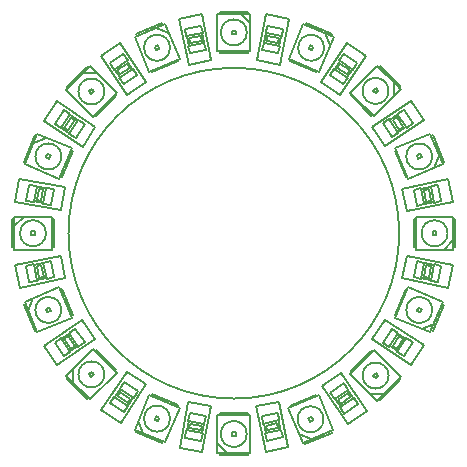
<source format=gto>
G04 (created by PCBNEW (2013-04-07 BZR 4075)-testing) date Tue 09 Apr 2013 01:57:36 AM CEST*
%MOIN*%
G04 Gerber Fmt 3.4, Leading zero omitted, Abs format*
%FSLAX34Y34*%
G01*
G70*
G90*
G04 APERTURE LIST*
%ADD10C,0.006*%
%ADD11C,0.00787402*%
G04 APERTURE END LIST*
G54D10*
G54D11*
X31102Y-25590D02*
G75*
G03X31102Y-25590I-5511J0D01*
G74*
G01*
X19441Y-23108D02*
X19486Y-22999D01*
X19486Y-22999D02*
X19377Y-22954D01*
X19377Y-22954D02*
X19332Y-23063D01*
X19332Y-23063D02*
X19441Y-23108D01*
X18917Y-22572D02*
X19329Y-22401D01*
X19842Y-23031D02*
G75*
G03X19842Y-23031I-433J0D01*
G74*
G01*
X18646Y-23226D02*
X18592Y-23204D01*
X18592Y-23204D02*
X18953Y-22331D01*
X18953Y-22331D02*
X19008Y-22353D01*
X19810Y-23709D02*
X19865Y-23731D01*
X19865Y-23731D02*
X20226Y-22858D01*
X20226Y-22858D02*
X20172Y-22836D01*
X19780Y-23781D02*
X18616Y-23299D01*
X18616Y-23299D02*
X19038Y-22281D01*
X19038Y-22281D02*
X20202Y-22763D01*
X20202Y-22763D02*
X19780Y-23781D01*
X19486Y-28181D02*
X19441Y-28072D01*
X19441Y-28072D02*
X19332Y-28117D01*
X19332Y-28117D02*
X19377Y-28226D01*
X19377Y-28226D02*
X19486Y-28181D01*
X18737Y-28172D02*
X18907Y-27760D01*
X19842Y-28149D02*
G75*
G03X19842Y-28149I-433J0D01*
G74*
G01*
X19008Y-28827D02*
X18953Y-28849D01*
X18953Y-28849D02*
X18592Y-27976D01*
X18592Y-27976D02*
X18646Y-27954D01*
X20172Y-28345D02*
X20226Y-28322D01*
X20226Y-28322D02*
X19865Y-27449D01*
X19865Y-27449D02*
X19810Y-27472D01*
X20202Y-28417D02*
X19038Y-28899D01*
X19038Y-28899D02*
X18616Y-27881D01*
X18616Y-27881D02*
X19780Y-27399D01*
X19780Y-27399D02*
X20202Y-28417D01*
X28181Y-31714D02*
X28072Y-31759D01*
X28072Y-31759D02*
X28117Y-31868D01*
X28117Y-31868D02*
X28226Y-31823D01*
X28226Y-31823D02*
X28181Y-31714D01*
X28172Y-32463D02*
X27760Y-32293D01*
X28582Y-31791D02*
G75*
G03X28582Y-31791I-433J0D01*
G74*
G01*
X28827Y-32192D02*
X28849Y-32247D01*
X28849Y-32247D02*
X27976Y-32608D01*
X27976Y-32608D02*
X27954Y-32554D01*
X28345Y-31028D02*
X28322Y-30974D01*
X28322Y-30974D02*
X27449Y-31335D01*
X27449Y-31335D02*
X27472Y-31390D01*
X28417Y-30998D02*
X28899Y-32162D01*
X28899Y-32162D02*
X27881Y-32584D01*
X27881Y-32584D02*
X27399Y-31420D01*
X27399Y-31420D02*
X28417Y-30998D01*
X22999Y-19486D02*
X23108Y-19441D01*
X23108Y-19441D02*
X23063Y-19332D01*
X23063Y-19332D02*
X22954Y-19377D01*
X22954Y-19377D02*
X22999Y-19486D01*
X23008Y-18737D02*
X23420Y-18907D01*
X23464Y-19409D02*
G75*
G03X23464Y-19409I-433J0D01*
G74*
G01*
X22353Y-19008D02*
X22331Y-18953D01*
X22331Y-18953D02*
X23204Y-18592D01*
X23204Y-18592D02*
X23226Y-18646D01*
X22836Y-20172D02*
X22858Y-20226D01*
X22858Y-20226D02*
X23731Y-19865D01*
X23731Y-19865D02*
X23709Y-19810D01*
X22763Y-20202D02*
X22281Y-19038D01*
X22281Y-19038D02*
X23299Y-18616D01*
X23299Y-18616D02*
X23781Y-19780D01*
X23781Y-19780D02*
X22763Y-20202D01*
X23108Y-31739D02*
X22999Y-31694D01*
X22999Y-31694D02*
X22954Y-31803D01*
X22954Y-31803D02*
X23063Y-31848D01*
X23063Y-31848D02*
X23108Y-31739D01*
X22572Y-32263D02*
X22401Y-31851D01*
X23464Y-31771D02*
G75*
G03X23464Y-31771I-433J0D01*
G74*
G01*
X23226Y-32534D02*
X23204Y-32588D01*
X23204Y-32588D02*
X22331Y-32227D01*
X22331Y-32227D02*
X22353Y-32172D01*
X23709Y-31370D02*
X23731Y-31315D01*
X23731Y-31315D02*
X22858Y-30954D01*
X22858Y-30954D02*
X22836Y-31008D01*
X23781Y-31400D02*
X23299Y-32564D01*
X23299Y-32564D02*
X22281Y-32142D01*
X22281Y-32142D02*
X22763Y-30978D01*
X22763Y-30978D02*
X23781Y-31400D01*
X25649Y-32224D02*
X25531Y-32224D01*
X25531Y-32224D02*
X25531Y-32342D01*
X25531Y-32342D02*
X25649Y-32342D01*
X25649Y-32342D02*
X25649Y-32224D01*
X25354Y-32913D02*
X25039Y-32598D01*
X26023Y-32283D02*
G75*
G03X26023Y-32283I-433J0D01*
G74*
G01*
X26062Y-32913D02*
X26062Y-32972D01*
X26062Y-32972D02*
X25118Y-32972D01*
X25118Y-32972D02*
X25118Y-32913D01*
X26062Y-31653D02*
X26062Y-31594D01*
X26062Y-31594D02*
X25118Y-31594D01*
X25118Y-31594D02*
X25118Y-31653D01*
X26141Y-31653D02*
X26141Y-32913D01*
X26141Y-32913D02*
X25039Y-32913D01*
X25039Y-32913D02*
X25039Y-31653D01*
X25039Y-31653D02*
X26141Y-31653D01*
X18956Y-25649D02*
X18956Y-25531D01*
X18956Y-25531D02*
X18838Y-25531D01*
X18838Y-25531D02*
X18838Y-25649D01*
X18838Y-25649D02*
X18956Y-25649D01*
X18267Y-25354D02*
X18582Y-25039D01*
X19330Y-25590D02*
G75*
G03X19330Y-25590I-433J0D01*
G74*
G01*
X18267Y-26062D02*
X18208Y-26062D01*
X18208Y-26062D02*
X18208Y-25118D01*
X18208Y-25118D02*
X18267Y-25118D01*
X19527Y-26062D02*
X19586Y-26062D01*
X19586Y-26062D02*
X19586Y-25118D01*
X19586Y-25118D02*
X19527Y-25118D01*
X19527Y-26141D02*
X18267Y-26141D01*
X18267Y-26141D02*
X18267Y-25039D01*
X18267Y-25039D02*
X19527Y-25039D01*
X19527Y-25039D02*
X19527Y-26141D01*
X20846Y-20949D02*
X20929Y-20866D01*
X20929Y-20866D02*
X20846Y-20782D01*
X20846Y-20782D02*
X20762Y-20866D01*
X20762Y-20866D02*
X20846Y-20949D01*
X20568Y-20253D02*
X21013Y-20253D01*
X21279Y-20866D02*
G75*
G03X21279Y-20866I-433J0D01*
G74*
G01*
X20066Y-20754D02*
X20025Y-20713D01*
X20025Y-20713D02*
X20693Y-20044D01*
X20693Y-20044D02*
X20735Y-20086D01*
X20957Y-21645D02*
X20999Y-21687D01*
X20999Y-21687D02*
X21667Y-21019D01*
X21667Y-21019D02*
X21625Y-20977D01*
X20902Y-21701D02*
X20011Y-20810D01*
X20011Y-20810D02*
X20790Y-20030D01*
X20790Y-20030D02*
X21681Y-20921D01*
X21681Y-20921D02*
X20902Y-21701D01*
X20929Y-30295D02*
X20846Y-30211D01*
X20846Y-30211D02*
X20762Y-30295D01*
X20762Y-30295D02*
X20846Y-30378D01*
X20846Y-30378D02*
X20929Y-30295D01*
X20234Y-30573D02*
X20234Y-30128D01*
X21279Y-30295D02*
G75*
G03X21279Y-30295I-433J0D01*
G74*
G01*
X20735Y-31074D02*
X20693Y-31116D01*
X20693Y-31116D02*
X20025Y-30448D01*
X20025Y-30448D02*
X20066Y-30406D01*
X21625Y-30183D02*
X21667Y-30142D01*
X21667Y-30142D02*
X20999Y-29474D01*
X20999Y-29474D02*
X20957Y-29515D01*
X21681Y-30239D02*
X20790Y-31130D01*
X20790Y-31130D02*
X20011Y-30350D01*
X20011Y-30350D02*
X20902Y-29460D01*
X20902Y-29460D02*
X21681Y-30239D01*
X28092Y-19441D02*
X28201Y-19486D01*
X28201Y-19486D02*
X28246Y-19377D01*
X28246Y-19377D02*
X28137Y-19332D01*
X28137Y-19332D02*
X28092Y-19441D01*
X28628Y-18917D02*
X28799Y-19329D01*
X28602Y-19409D02*
G75*
G03X28602Y-19409I-433J0D01*
G74*
G01*
X27973Y-18646D02*
X27996Y-18592D01*
X27996Y-18592D02*
X28869Y-18953D01*
X28869Y-18953D02*
X28846Y-19008D01*
X27491Y-19810D02*
X27469Y-19865D01*
X27469Y-19865D02*
X28342Y-20226D01*
X28342Y-20226D02*
X28364Y-20172D01*
X27419Y-19780D02*
X27901Y-18616D01*
X27901Y-18616D02*
X28919Y-19038D01*
X28919Y-19038D02*
X28437Y-20202D01*
X28437Y-20202D02*
X27419Y-19780D01*
X30314Y-30251D02*
X30231Y-30334D01*
X30231Y-30334D02*
X30314Y-30418D01*
X30314Y-30418D02*
X30398Y-30334D01*
X30398Y-30334D02*
X30314Y-30251D01*
X30593Y-30947D02*
X30147Y-30947D01*
X30748Y-30334D02*
G75*
G03X30748Y-30334I-433J0D01*
G74*
G01*
X31094Y-30446D02*
X31136Y-30487D01*
X31136Y-30487D02*
X30468Y-31155D01*
X30468Y-31155D02*
X30426Y-31114D01*
X30203Y-29555D02*
X30161Y-29513D01*
X30161Y-29513D02*
X29493Y-30181D01*
X29493Y-30181D02*
X29535Y-30223D01*
X30259Y-29499D02*
X31150Y-30390D01*
X31150Y-30390D02*
X30370Y-31169D01*
X30370Y-31169D02*
X29479Y-30278D01*
X29479Y-30278D02*
X30259Y-29499D01*
X30231Y-20846D02*
X30314Y-20929D01*
X30314Y-20929D02*
X30398Y-20846D01*
X30398Y-20846D02*
X30314Y-20762D01*
X30314Y-20762D02*
X30231Y-20846D01*
X30927Y-20568D02*
X30927Y-21013D01*
X30748Y-20846D02*
G75*
G03X30748Y-20846I-433J0D01*
G74*
G01*
X30426Y-20066D02*
X30468Y-20025D01*
X30468Y-20025D02*
X31136Y-20693D01*
X31136Y-20693D02*
X31094Y-20735D01*
X29535Y-20957D02*
X29493Y-20999D01*
X29493Y-20999D02*
X30161Y-21667D01*
X30161Y-21667D02*
X30203Y-21625D01*
X29479Y-20902D02*
X30370Y-20011D01*
X30370Y-20011D02*
X31150Y-20790D01*
X31150Y-20790D02*
X30259Y-21681D01*
X30259Y-21681D02*
X29479Y-20902D01*
X32224Y-25531D02*
X32224Y-25649D01*
X32224Y-25649D02*
X32342Y-25649D01*
X32342Y-25649D02*
X32342Y-25531D01*
X32342Y-25531D02*
X32224Y-25531D01*
X32913Y-25826D02*
X32598Y-26141D01*
X32716Y-25590D02*
G75*
G03X32716Y-25590I-433J0D01*
G74*
G01*
X32913Y-25118D02*
X32972Y-25118D01*
X32972Y-25118D02*
X32972Y-26062D01*
X32972Y-26062D02*
X32913Y-26062D01*
X31653Y-25118D02*
X31594Y-25118D01*
X31594Y-25118D02*
X31594Y-26062D01*
X31594Y-26062D02*
X31653Y-26062D01*
X31653Y-25039D02*
X32913Y-25039D01*
X32913Y-25039D02*
X32913Y-26141D01*
X32913Y-26141D02*
X31653Y-26141D01*
X31653Y-26141D02*
X31653Y-25039D01*
X25531Y-18956D02*
X25649Y-18956D01*
X25649Y-18956D02*
X25649Y-18838D01*
X25649Y-18838D02*
X25531Y-18838D01*
X25531Y-18838D02*
X25531Y-18956D01*
X25826Y-18267D02*
X26141Y-18582D01*
X26023Y-18897D02*
G75*
G03X26023Y-18897I-433J0D01*
G74*
G01*
X25118Y-18267D02*
X25118Y-18208D01*
X25118Y-18208D02*
X26062Y-18208D01*
X26062Y-18208D02*
X26062Y-18267D01*
X25118Y-19527D02*
X25118Y-19586D01*
X25118Y-19586D02*
X26062Y-19586D01*
X26062Y-19586D02*
X26062Y-19527D01*
X25039Y-19527D02*
X25039Y-18267D01*
X25039Y-18267D02*
X26141Y-18267D01*
X26141Y-18267D02*
X26141Y-19527D01*
X26141Y-19527D02*
X25039Y-19527D01*
X31694Y-22999D02*
X31739Y-23108D01*
X31739Y-23108D02*
X31848Y-23063D01*
X31848Y-23063D02*
X31803Y-22954D01*
X31803Y-22954D02*
X31694Y-22999D01*
X32444Y-23008D02*
X32273Y-23420D01*
X32204Y-23031D02*
G75*
G03X32204Y-23031I-433J0D01*
G74*
G01*
X32172Y-22353D02*
X32227Y-22331D01*
X32227Y-22331D02*
X32588Y-23204D01*
X32588Y-23204D02*
X32534Y-23226D01*
X31008Y-22836D02*
X30954Y-22858D01*
X30954Y-22858D02*
X31315Y-23731D01*
X31315Y-23731D02*
X31370Y-23709D01*
X30978Y-22763D02*
X32142Y-22281D01*
X32142Y-22281D02*
X32564Y-23299D01*
X32564Y-23299D02*
X31400Y-23781D01*
X31400Y-23781D02*
X30978Y-22763D01*
X31739Y-28072D02*
X31694Y-28181D01*
X31694Y-28181D02*
X31803Y-28226D01*
X31803Y-28226D02*
X31848Y-28117D01*
X31848Y-28117D02*
X31739Y-28072D01*
X32263Y-28608D02*
X31851Y-28779D01*
X32204Y-28149D02*
G75*
G03X32204Y-28149I-433J0D01*
G74*
G01*
X32534Y-27954D02*
X32588Y-27976D01*
X32588Y-27976D02*
X32227Y-28849D01*
X32227Y-28849D02*
X32172Y-28827D01*
X31370Y-27472D02*
X31315Y-27449D01*
X31315Y-27449D02*
X30954Y-28322D01*
X30954Y-28322D02*
X31008Y-28345D01*
X31400Y-27399D02*
X32564Y-27881D01*
X32564Y-27881D02*
X32142Y-28899D01*
X32142Y-28899D02*
X30978Y-28417D01*
X30978Y-28417D02*
X31400Y-27399D01*
X24549Y-18923D02*
X24499Y-18673D01*
X24499Y-18673D02*
X23959Y-18780D01*
X24009Y-19031D02*
X23959Y-18780D01*
X24549Y-18923D02*
X24009Y-19031D01*
X24662Y-19491D02*
X24612Y-19240D01*
X24612Y-19240D02*
X24072Y-19348D01*
X24122Y-19599D02*
X24072Y-19348D01*
X24662Y-19491D02*
X24122Y-19599D01*
X24518Y-19171D02*
X24487Y-19018D01*
X24487Y-19018D02*
X24103Y-19095D01*
X24134Y-19248D02*
X24103Y-19095D01*
X24518Y-19171D02*
X24134Y-19248D01*
X24097Y-19340D02*
X24034Y-19024D01*
X24587Y-19242D02*
X24524Y-18926D01*
X24083Y-19970D02*
X23779Y-18448D01*
X23779Y-18448D02*
X24538Y-18297D01*
X24538Y-18297D02*
X24842Y-19818D01*
X24842Y-19818D02*
X24083Y-19970D01*
X22048Y-19831D02*
X21906Y-19620D01*
X21906Y-19620D02*
X21448Y-19927D01*
X21591Y-20139D02*
X21448Y-19927D01*
X22048Y-19831D02*
X21591Y-20139D01*
X22371Y-20313D02*
X22229Y-20100D01*
X22229Y-20100D02*
X21771Y-20408D01*
X21914Y-20620D02*
X21771Y-20408D01*
X22371Y-20313D02*
X21914Y-20620D01*
X22115Y-20073D02*
X22028Y-19944D01*
X22028Y-19944D02*
X21703Y-20162D01*
X21790Y-20292D02*
X21703Y-20162D01*
X22115Y-20073D02*
X21790Y-20292D01*
X21791Y-20391D02*
X21612Y-20123D01*
X22206Y-20112D02*
X22027Y-19845D01*
X22021Y-20978D02*
X21155Y-19689D01*
X21155Y-19689D02*
X21797Y-19258D01*
X21797Y-19258D02*
X22663Y-20546D01*
X22663Y-20546D02*
X22021Y-20978D01*
X20137Y-21631D02*
X19925Y-21489D01*
X19925Y-21489D02*
X19619Y-21948D01*
X19831Y-22089D02*
X19619Y-21948D01*
X20137Y-21631D02*
X19831Y-22089D01*
X20620Y-21953D02*
X20407Y-21811D01*
X20407Y-21811D02*
X20101Y-22269D01*
X20314Y-22411D02*
X20101Y-22269D01*
X20620Y-21953D02*
X20314Y-22411D01*
X20291Y-21829D02*
X20161Y-21742D01*
X20161Y-21742D02*
X19944Y-22068D01*
X20074Y-22155D02*
X19944Y-22068D01*
X20291Y-21829D02*
X20074Y-22155D01*
X20113Y-22246D02*
X19845Y-22067D01*
X20390Y-21830D02*
X20122Y-21651D01*
X20548Y-22701D02*
X19257Y-21840D01*
X19257Y-21840D02*
X19687Y-21196D01*
X19687Y-21196D02*
X20978Y-22057D01*
X20978Y-22057D02*
X20548Y-22701D01*
X19024Y-24012D02*
X18772Y-23968D01*
X18772Y-23968D02*
X18677Y-24510D01*
X18928Y-24555D02*
X18677Y-24510D01*
X19024Y-24012D02*
X18928Y-24555D01*
X19595Y-24113D02*
X19343Y-24068D01*
X19343Y-24068D02*
X19247Y-24611D01*
X19499Y-24655D02*
X19247Y-24611D01*
X19595Y-24113D02*
X19499Y-24655D01*
X19244Y-24131D02*
X19091Y-24104D01*
X19091Y-24104D02*
X19023Y-24490D01*
X19176Y-24517D02*
X19023Y-24490D01*
X19244Y-24131D02*
X19176Y-24517D01*
X19249Y-24585D02*
X18931Y-24529D01*
X19335Y-24092D02*
X19018Y-24036D01*
X19830Y-24826D02*
X18302Y-24557D01*
X18302Y-24557D02*
X18436Y-23795D01*
X18436Y-23795D02*
X19965Y-24064D01*
X19965Y-24064D02*
X19830Y-24826D01*
X18923Y-26631D02*
X18673Y-26681D01*
X18673Y-26681D02*
X18780Y-27222D01*
X19031Y-27172D02*
X18780Y-27222D01*
X18923Y-26631D02*
X19031Y-27172D01*
X19491Y-26518D02*
X19240Y-26568D01*
X19240Y-26568D02*
X19348Y-27108D01*
X19599Y-27058D02*
X19348Y-27108D01*
X19491Y-26518D02*
X19599Y-27058D01*
X19171Y-26662D02*
X19018Y-26693D01*
X19018Y-26693D02*
X19095Y-27077D01*
X19248Y-27046D02*
X19095Y-27077D01*
X19171Y-26662D02*
X19248Y-27046D01*
X19340Y-27083D02*
X19024Y-27146D01*
X19242Y-26593D02*
X18926Y-26656D01*
X19970Y-27097D02*
X18448Y-27401D01*
X18448Y-27401D02*
X18297Y-26642D01*
X18297Y-26642D02*
X19818Y-26338D01*
X19818Y-26338D02*
X19970Y-27097D01*
X19831Y-29093D02*
X19620Y-29235D01*
X19620Y-29235D02*
X19927Y-29692D01*
X20139Y-29550D02*
X19927Y-29692D01*
X19831Y-29093D02*
X20139Y-29550D01*
X20313Y-28769D02*
X20100Y-28912D01*
X20100Y-28912D02*
X20408Y-29369D01*
X20620Y-29227D02*
X20408Y-29369D01*
X20313Y-28769D02*
X20620Y-29227D01*
X20073Y-29026D02*
X19944Y-29113D01*
X19944Y-29113D02*
X20162Y-29438D01*
X20292Y-29351D02*
X20162Y-29438D01*
X20073Y-29026D02*
X20292Y-29351D01*
X20391Y-29349D02*
X20123Y-29529D01*
X20112Y-28934D02*
X19845Y-29114D01*
X20978Y-29120D02*
X19689Y-29986D01*
X19689Y-29986D02*
X19258Y-29343D01*
X19258Y-29343D02*
X20546Y-28478D01*
X20546Y-28478D02*
X20978Y-29120D01*
X21611Y-31044D02*
X21470Y-31257D01*
X21470Y-31257D02*
X21930Y-31561D01*
X22070Y-31348D02*
X21930Y-31561D01*
X21611Y-31044D02*
X22070Y-31348D01*
X21931Y-30560D02*
X21790Y-30774D01*
X21790Y-30774D02*
X22249Y-31078D01*
X22391Y-30865D02*
X22249Y-31078D01*
X21931Y-30560D02*
X22391Y-30865D01*
X21808Y-30889D02*
X21722Y-31019D01*
X21722Y-31019D02*
X22049Y-31236D01*
X22135Y-31106D02*
X22049Y-31236D01*
X21808Y-30889D02*
X22135Y-31106D01*
X22226Y-31066D02*
X22048Y-31335D01*
X21809Y-30790D02*
X21631Y-31059D01*
X22680Y-30629D02*
X21823Y-31923D01*
X21823Y-31923D02*
X21178Y-31496D01*
X21178Y-31496D02*
X22034Y-30202D01*
X22034Y-30202D02*
X22680Y-30629D01*
X24010Y-32152D02*
X23962Y-32402D01*
X23962Y-32402D02*
X24503Y-32506D01*
X24551Y-32256D02*
X24503Y-32506D01*
X24010Y-32152D02*
X24551Y-32256D01*
X24120Y-31582D02*
X24071Y-31834D01*
X24071Y-31834D02*
X24613Y-31938D01*
X24661Y-31687D02*
X24613Y-31938D01*
X24120Y-31582D02*
X24661Y-31687D01*
X24133Y-31933D02*
X24103Y-32086D01*
X24103Y-32086D02*
X24488Y-32160D01*
X24518Y-32007D02*
X24488Y-32160D01*
X24133Y-31933D02*
X24518Y-32007D01*
X24586Y-31936D02*
X24526Y-32252D01*
X24095Y-31841D02*
X24035Y-32158D01*
X24837Y-31358D02*
X24544Y-32882D01*
X24544Y-32882D02*
X23784Y-32736D01*
X23784Y-32736D02*
X24077Y-31212D01*
X24077Y-31212D02*
X24837Y-31358D01*
X26633Y-32259D02*
X26684Y-32509D01*
X26684Y-32509D02*
X27224Y-32397D01*
X27172Y-32147D02*
X27224Y-32397D01*
X26633Y-32259D02*
X27172Y-32147D01*
X26515Y-31691D02*
X26567Y-31942D01*
X26567Y-31942D02*
X27107Y-31830D01*
X27055Y-31580D02*
X27107Y-31830D01*
X26515Y-31691D02*
X27055Y-31580D01*
X26662Y-32010D02*
X26693Y-32163D01*
X26693Y-32163D02*
X27077Y-32083D01*
X27046Y-31931D02*
X27077Y-32083D01*
X26662Y-32010D02*
X27046Y-31931D01*
X27082Y-31838D02*
X27147Y-32154D01*
X26592Y-31940D02*
X26657Y-32255D01*
X27091Y-31208D02*
X27406Y-32728D01*
X27406Y-32728D02*
X26648Y-32885D01*
X26648Y-32885D02*
X26333Y-31365D01*
X26333Y-31365D02*
X27091Y-31208D01*
X29134Y-31389D02*
X29278Y-31600D01*
X29278Y-31600D02*
X29733Y-31289D01*
X29589Y-31079D02*
X29733Y-31289D01*
X29134Y-31389D02*
X29589Y-31079D01*
X28807Y-30910D02*
X28952Y-31121D01*
X28952Y-31121D02*
X29407Y-30811D01*
X29262Y-30599D02*
X29407Y-30811D01*
X28807Y-30910D02*
X29262Y-30599D01*
X29065Y-31148D02*
X29153Y-31277D01*
X29153Y-31277D02*
X29477Y-31056D01*
X29389Y-30927D02*
X29477Y-31056D01*
X29065Y-31148D02*
X29389Y-30927D01*
X29387Y-30828D02*
X29568Y-31094D01*
X28974Y-31110D02*
X29155Y-31376D01*
X29154Y-30243D02*
X30028Y-31525D01*
X30028Y-31525D02*
X29389Y-31961D01*
X29389Y-31961D02*
X28514Y-30679D01*
X28514Y-30679D02*
X29154Y-30243D01*
X31046Y-29550D02*
X31260Y-29689D01*
X31260Y-29689D02*
X31561Y-29227D01*
X31347Y-29088D02*
X31561Y-29227D01*
X31046Y-29550D02*
X31347Y-29088D01*
X30560Y-29233D02*
X30775Y-29373D01*
X30775Y-29373D02*
X31076Y-28911D01*
X30861Y-28771D02*
X31076Y-28911D01*
X30560Y-29233D02*
X30861Y-28771D01*
X30890Y-29353D02*
X31021Y-29439D01*
X31021Y-29439D02*
X31235Y-29110D01*
X31104Y-29025D02*
X31235Y-29110D01*
X30890Y-29353D02*
X31104Y-29025D01*
X31064Y-28934D02*
X31334Y-29110D01*
X30791Y-29353D02*
X31061Y-29529D01*
X30624Y-28484D02*
X31924Y-29331D01*
X31924Y-29331D02*
X31501Y-29980D01*
X31501Y-29980D02*
X30201Y-29132D01*
X30201Y-29132D02*
X30624Y-28484D01*
X27190Y-19030D02*
X27240Y-18780D01*
X27240Y-18780D02*
X26700Y-18672D01*
X26650Y-18922D02*
X26700Y-18672D01*
X27190Y-19030D02*
X26650Y-18922D01*
X27077Y-19599D02*
X27127Y-19348D01*
X27127Y-19348D02*
X26586Y-19240D01*
X26536Y-19491D02*
X26586Y-19240D01*
X27077Y-19599D02*
X26536Y-19491D01*
X27066Y-19248D02*
X27097Y-19095D01*
X27097Y-19095D02*
X26712Y-19018D01*
X26682Y-19171D02*
X26712Y-19018D01*
X27066Y-19248D02*
X26682Y-19171D01*
X26613Y-19242D02*
X26676Y-18926D01*
X27103Y-19340D02*
X27166Y-19024D01*
X26358Y-19818D02*
X26662Y-18297D01*
X26662Y-18297D02*
X27421Y-18448D01*
X27421Y-18448D02*
X27117Y-19970D01*
X27117Y-19970D02*
X26358Y-19818D01*
X32258Y-24569D02*
X32508Y-24519D01*
X32508Y-24519D02*
X32400Y-23978D01*
X32150Y-24028D02*
X32400Y-23978D01*
X32258Y-24569D02*
X32150Y-24028D01*
X31689Y-24682D02*
X31940Y-24632D01*
X31940Y-24632D02*
X31832Y-24092D01*
X31581Y-24142D02*
X31832Y-24092D01*
X31689Y-24682D02*
X31581Y-24142D01*
X32009Y-24538D02*
X32162Y-24507D01*
X32162Y-24507D02*
X32085Y-24123D01*
X31932Y-24153D02*
X32085Y-24123D01*
X32009Y-24538D02*
X31932Y-24153D01*
X31840Y-24117D02*
X32156Y-24054D01*
X31938Y-24607D02*
X32254Y-24544D01*
X31210Y-24103D02*
X32732Y-23799D01*
X32732Y-23799D02*
X32884Y-24558D01*
X32884Y-24558D02*
X31362Y-24862D01*
X31362Y-24862D02*
X31210Y-24103D01*
X29569Y-20137D02*
X29711Y-19925D01*
X29711Y-19925D02*
X29252Y-19619D01*
X29111Y-19831D02*
X29252Y-19619D01*
X29569Y-20137D02*
X29111Y-19831D01*
X29247Y-20620D02*
X29389Y-20407D01*
X29389Y-20407D02*
X28931Y-20101D01*
X28789Y-20314D02*
X28931Y-20101D01*
X29247Y-20620D02*
X28789Y-20314D01*
X29371Y-20291D02*
X29458Y-20161D01*
X29458Y-20161D02*
X29132Y-19944D01*
X29045Y-20074D02*
X29132Y-19944D01*
X29371Y-20291D02*
X29045Y-20074D01*
X28954Y-20113D02*
X29133Y-19845D01*
X29370Y-20390D02*
X29549Y-20122D01*
X28499Y-20548D02*
X29360Y-19257D01*
X29360Y-19257D02*
X30004Y-19687D01*
X30004Y-19687D02*
X29143Y-20978D01*
X29143Y-20978D02*
X28499Y-20548D01*
X31348Y-22069D02*
X31560Y-21927D01*
X31560Y-21927D02*
X31255Y-21469D01*
X31042Y-21610D02*
X31255Y-21469D01*
X31348Y-22069D02*
X31042Y-21610D01*
X30866Y-22390D02*
X31079Y-22248D01*
X31079Y-22248D02*
X30773Y-21790D01*
X30560Y-21932D02*
X30773Y-21790D01*
X30866Y-22390D02*
X30560Y-21932D01*
X31106Y-22135D02*
X31236Y-22048D01*
X31236Y-22048D02*
X31019Y-21722D01*
X30889Y-21809D02*
X31019Y-21722D01*
X31106Y-22135D02*
X30889Y-21809D01*
X30790Y-21810D02*
X31058Y-21631D01*
X31067Y-22226D02*
X31335Y-22047D01*
X30202Y-22037D02*
X31493Y-21176D01*
X31493Y-21176D02*
X31923Y-21820D01*
X31923Y-21820D02*
X30632Y-22681D01*
X30632Y-22681D02*
X30202Y-22037D01*
X32150Y-27171D02*
X32400Y-27221D01*
X32400Y-27221D02*
X32508Y-26680D01*
X32258Y-26630D02*
X32508Y-26680D01*
X32150Y-27171D02*
X32258Y-26630D01*
X31581Y-27057D02*
X31832Y-27107D01*
X31832Y-27107D02*
X31940Y-26567D01*
X31689Y-26517D02*
X31940Y-26567D01*
X31581Y-27057D02*
X31689Y-26517D01*
X31932Y-27046D02*
X32085Y-27077D01*
X32085Y-27077D02*
X32162Y-26693D01*
X32009Y-26662D02*
X32162Y-26693D01*
X31932Y-27046D02*
X32009Y-26662D01*
X31938Y-26593D02*
X32254Y-26656D01*
X31840Y-27083D02*
X32156Y-27146D01*
X31362Y-26338D02*
X32884Y-26642D01*
X32884Y-26642D02*
X32732Y-27401D01*
X32732Y-27401D02*
X31210Y-27097D01*
X31210Y-27097D02*
X31362Y-26338D01*
M02*

</source>
